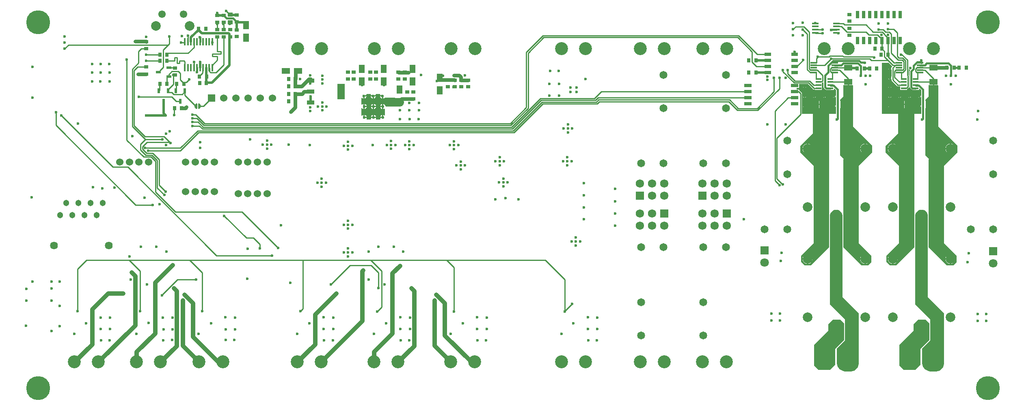
<source format=gbl>
G04*
G04 #@! TF.GenerationSoftware,Altium Limited,Altium Designer,19.0.10 (269)*
G04*
G04 Layer_Physical_Order=4*
G04 Layer_Color=16711680*
%FSLAX25Y25*%
%MOIN*%
G70*
G01*
G75*
%ADD11C,0.01000*%
%ADD22C,0.01500*%
%ADD23R,0.03150X0.03543*%
%ADD27C,0.01181*%
%ADD28R,0.03543X0.02756*%
%ADD29R,0.02756X0.03543*%
%ADD30R,0.03543X0.03150*%
%ADD33R,0.05512X0.01181*%
%ADD40R,0.02559X0.06004*%
%ADD129C,0.02000*%
%ADD130C,0.03000*%
%ADD133C,0.03500*%
%ADD135C,0.06398*%
%ADD136C,0.05130*%
%ADD137R,0.06000X0.06000*%
%ADD138C,0.06000*%
%ADD139C,0.06791*%
%ADD140R,0.06791X0.06791*%
%ADD141C,0.10630*%
%ADD142C,0.07874*%
%ADD143R,0.07087X0.07087*%
%ADD144C,0.07087*%
%ADD145C,0.06496*%
%ADD146C,0.19685*%
%ADD147C,0.06102*%
%ADD148C,0.02362*%
%ADD151C,0.07000*%
%ADD153R,0.05512X0.01772*%
%ADD154R,0.09055X0.06299*%
%ADD155R,0.06299X0.02559*%
%ADD156R,0.04724X0.01772*%
%ADD157R,0.07087X0.04724*%
%ADD158R,0.05709X0.02756*%
%ADD159R,0.05118X0.07087*%
%ADD160R,0.06496X0.03740*%
%ADD161R,0.06496X0.12795*%
%ADD162R,0.07087X0.05118*%
%ADD163R,0.01713X0.06008*%
%ADD164R,0.04134X0.02362*%
%ADD165R,0.02362X0.04134*%
%ADD166R,0.03937X0.03347*%
G36*
X720539Y284712D02*
X720564Y284094D01*
X720399Y283929D01*
X720333Y283830D01*
X719749Y283805D01*
X719670Y283922D01*
X719319Y284157D01*
Y283071D01*
Y281984D01*
X719601Y282173D01*
X719882Y282094D01*
X720101Y281963D01*
Y276107D01*
X719882Y275977D01*
X719601Y275898D01*
X719319Y276086D01*
Y275000D01*
Y273914D01*
X719601Y274102D01*
X719882Y274023D01*
X720101Y273893D01*
Y273305D01*
X720178Y272915D01*
X720399Y272584D01*
X724610Y268373D01*
X724941Y268152D01*
X725331Y268075D01*
X727254D01*
Y265150D01*
X732979D01*
Y265976D01*
X732996Y265979D01*
X733326Y266200D01*
X734200Y267073D01*
X734421Y267404D01*
X734498Y267794D01*
Y276758D01*
X734421Y277148D01*
X734200Y277479D01*
X734152Y277526D01*
Y281960D01*
X734366Y282089D01*
X734652Y282171D01*
X734971Y281958D01*
X735202Y281912D01*
X735346Y281638D01*
X735406Y281390D01*
X735169Y281035D01*
X735072Y280547D01*
Y267575D01*
X735169Y267087D01*
X735446Y266673D01*
X736485Y265634D01*
X736898Y265358D01*
X737097Y265318D01*
Y265150D01*
X742821D01*
Y266233D01*
X743283Y266425D01*
X744726Y264982D01*
Y260140D01*
X744226Y260091D01*
X744144Y260500D01*
X743883Y260891D01*
X743532Y261126D01*
Y260039D01*
Y258953D01*
X743883Y259188D01*
X744144Y259578D01*
X744226Y259988D01*
X744726Y259939D01*
Y252069D01*
X744226Y252020D01*
X744144Y252429D01*
X743883Y252820D01*
X743532Y253055D01*
Y251969D01*
Y250882D01*
X743883Y251117D01*
X744144Y251508D01*
X744226Y251917D01*
X744726Y251868D01*
Y245600D01*
X738976D01*
X738976Y208346D01*
X738898Y208268D01*
X738976Y208189D01*
Y135828D01*
X724014Y120866D01*
X718819D01*
X716063Y123622D01*
Y128740D01*
X719213Y131890D01*
X726376Y139053D01*
X726376Y202679D01*
X715276Y213779D01*
Y219291D01*
X718425Y222441D01*
X725512Y229528D01*
Y245600D01*
X712200D01*
Y287400D01*
X717851D01*
X720539Y284712D01*
D02*
G37*
G36*
X755223Y269291D02*
X758266D01*
X758583Y268922D01*
Y256693D01*
Y235038D01*
X771179Y222441D01*
X774329Y219291D01*
Y213779D01*
X763228Y202679D01*
X763228Y139053D01*
X770392Y131890D01*
X773542Y128740D01*
Y123622D01*
X770786Y120866D01*
X765591D01*
X750709Y135748D01*
Y208269D01*
X750747Y208308D01*
X747898Y211157D01*
X747898Y249521D01*
X747948Y250000D01*
X748398Y250000D01*
X751975D01*
Y253150D01*
Y256299D01*
X748059D01*
X747948Y256299D01*
X747898Y256333D01*
X747844Y256978D01*
X750709Y259842D01*
Y269221D01*
X751180Y269291D01*
Y269291D01*
X754223D01*
Y271654D01*
X755223D01*
Y269291D01*
D02*
G37*
G36*
X685223D02*
X688266D01*
X688583Y268922D01*
Y256693D01*
Y235038D01*
X701180Y222441D01*
X704329Y219291D01*
Y213779D01*
X693228Y202679D01*
X693228Y139053D01*
X700392Y131890D01*
X703542Y128740D01*
Y123622D01*
X700786Y120866D01*
X695591D01*
X680709Y135748D01*
Y208269D01*
X680747Y208308D01*
X677953Y211102D01*
X677953Y250000D01*
X681976D01*
Y253150D01*
Y256299D01*
X678059D01*
X677948Y256299D01*
X677898Y256333D01*
X677844Y256978D01*
X680709Y259842D01*
Y269221D01*
X681180Y269291D01*
Y269291D01*
X684223D01*
Y271654D01*
X685223D01*
Y269291D01*
D02*
G37*
G36*
X664378Y271284D02*
Y267379D01*
X664475Y266891D01*
X664751Y266477D01*
X665630Y265599D01*
X666044Y265322D01*
X666531Y265226D01*
X667097D01*
Y265150D01*
X672821D01*
Y266233D01*
X673283Y266425D01*
X674725Y264982D01*
Y260140D01*
X674226Y260091D01*
X674144Y260500D01*
X673883Y260891D01*
X673531Y261126D01*
Y260039D01*
Y258953D01*
X673883Y259188D01*
X674144Y259578D01*
X674226Y259988D01*
X674725Y259939D01*
Y252069D01*
X674226Y252020D01*
X674144Y252429D01*
X673883Y252820D01*
X673531Y253055D01*
Y251969D01*
Y250882D01*
X673883Y251117D01*
X674144Y251508D01*
X674226Y251917D01*
X674725Y251868D01*
Y245500D01*
X668898D01*
X668898Y208268D01*
X668898Y208268D01*
Y135750D01*
X654014Y120866D01*
X648819D01*
X646063Y123622D01*
Y128740D01*
X649213Y131890D01*
X656376Y139053D01*
X656376Y202679D01*
X645276Y213779D01*
Y219291D01*
X648425Y222441D01*
X655512Y229528D01*
Y245500D01*
X646520D01*
Y262276D01*
X646442Y262666D01*
X646221Y262997D01*
X644796Y264422D01*
X644465Y264643D01*
X644201Y264695D01*
Y265480D01*
X642126D01*
X642126Y266921D01*
X644201D01*
Y270028D01*
X651530D01*
X655744Y265814D01*
X656074Y265594D01*
X656465Y265516D01*
X657254D01*
Y265150D01*
X662979D01*
Y267709D01*
Y271020D01*
X662984D01*
X663374Y271097D01*
X663705Y271318D01*
X663878Y271491D01*
X664378Y271284D01*
D02*
G37*
G36*
X300545Y261442D02*
X300308Y261087D01*
X300238Y260736D01*
X302362D01*
Y260236D01*
X302862D01*
Y258112D01*
X303213Y258182D01*
X303853Y258609D01*
X304331Y258661D01*
X304331Y258661D01*
X304331Y258661D01*
X312583Y258661D01*
Y251575D01*
X305283Y251575D01*
X304783Y251575D01*
X304614Y252426D01*
X304132Y253147D01*
X303410Y253629D01*
X303059Y253699D01*
Y251575D01*
Y249450D01*
X303410Y249520D01*
X303831Y249801D01*
X304331Y249534D01*
Y244560D01*
X303831Y244293D01*
X303410Y244574D01*
X303059Y244644D01*
Y242520D01*
X302559D01*
Y242020D01*
X300435D01*
X300504Y241669D01*
X300654Y241445D01*
X300387Y240945D01*
X297054D01*
X296787Y241445D01*
X296936Y241669D01*
X297006Y242020D01*
X292758D01*
X292827Y241669D01*
X292977Y241445D01*
X292710Y240945D01*
X289377D01*
X289110Y241445D01*
X289259Y241669D01*
X289329Y242020D01*
X287205D01*
Y242520D01*
X286705D01*
Y244644D01*
X286354Y244574D01*
X285632Y244092D01*
X285539Y243953D01*
X285039Y244105D01*
Y249990D01*
X285539Y250141D01*
X285632Y250002D01*
X286354Y249520D01*
X286705Y249450D01*
Y251575D01*
Y253699D01*
X286354Y253629D01*
X285632Y253147D01*
X285539Y253008D01*
X285039Y253160D01*
Y258425D01*
X285539Y258594D01*
X286157Y258182D01*
X286508Y258112D01*
Y260236D01*
X287008D01*
Y260736D01*
X289132D01*
X289062Y261087D01*
X288825Y261442D01*
X289092Y261942D01*
X292600D01*
X292868Y261442D01*
X292631Y261087D01*
X292561Y260736D01*
X296809D01*
X296740Y261087D01*
X296502Y261442D01*
X296770Y261942D01*
X300278D01*
X300545Y261442D01*
D02*
G37*
G36*
X746156Y166489D02*
X747082Y166157D01*
X747926Y165652D01*
X748655Y164991D01*
X749241Y164200D01*
X749662Y163311D01*
X749901Y162357D01*
X749925Y161865D01*
X749925D01*
X749925Y161865D01*
Y159900D01*
X749921D01*
Y94882D01*
X763307Y81496D01*
X763307Y40551D01*
X763307Y39853D01*
X763035Y38484D01*
X762500Y37194D01*
X761725Y36034D01*
X760738Y35047D01*
X759577Y34271D01*
X758287Y33737D01*
X756918Y33465D01*
X756220Y33465D01*
X756220Y33465D01*
Y33465D01*
X751980D01*
X750527Y33754D01*
X749157Y34321D01*
X747925Y35144D01*
X746877Y36192D01*
X746053Y37425D01*
X745486Y38794D01*
X745197Y40248D01*
Y40989D01*
Y52320D01*
X751890Y59013D01*
X751890Y76378D01*
X739685Y88583D01*
X739685Y161024D01*
X739689D01*
Y161865D01*
X739708Y162343D01*
X739929Y163274D01*
X740324Y164146D01*
X740879Y164925D01*
X741573Y165583D01*
X742381Y166096D01*
X743272Y166444D01*
X744213Y166615D01*
X744691Y166609D01*
X744691Y166609D01*
X745183Y166633D01*
X746156Y166489D01*
D02*
G37*
G36*
X676152Y166435D02*
X677079Y166103D01*
X677922Y165597D01*
X678651Y164936D01*
X679238Y164146D01*
X679658Y163257D01*
X679897Y162302D01*
X679921Y161811D01*
X679921D01*
X679921Y161811D01*
Y161024D01*
Y94882D01*
X693307Y81496D01*
X693307Y40551D01*
X693307Y39853D01*
X693035Y38484D01*
X692500Y37194D01*
X691725Y36034D01*
X690738Y35047D01*
X689577Y34271D01*
X688287Y33737D01*
X686918Y33465D01*
X686220Y33465D01*
X686220Y33465D01*
Y33465D01*
X681980D01*
X680526Y33754D01*
X679157Y34321D01*
X677925Y35144D01*
X676877Y36192D01*
X676053Y37425D01*
X675486Y38794D01*
X675197Y40248D01*
Y40989D01*
Y52320D01*
X681890Y59013D01*
X681890Y76378D01*
X669685Y88583D01*
X669685Y161024D01*
Y161811D01*
X669704Y162289D01*
X669925Y163220D01*
X670320Y164091D01*
X670875Y164870D01*
X671569Y165529D01*
X672377Y166042D01*
X673268Y166390D01*
X674209Y166561D01*
X674688Y166555D01*
X674688Y166555D01*
X675179Y166579D01*
X676152Y166435D01*
D02*
G37*
G36*
X751102Y73046D02*
X751102Y59344D01*
X744016Y52257D01*
X744016Y38976D01*
X739685Y34646D01*
X730117D01*
X726693Y38069D01*
Y55512D01*
X738110Y66929D01*
Y72259D01*
X741836Y75984D01*
X748164Y75984D01*
X751102Y73046D01*
D02*
G37*
G36*
X681102D02*
X681102Y59344D01*
X674016Y52257D01*
X674016Y38976D01*
X669685Y34646D01*
X660116D01*
X656693Y38069D01*
Y55512D01*
X668110Y66929D01*
Y72259D01*
X671836Y75984D01*
X678164Y75984D01*
X681102Y73046D01*
D02*
G37*
%LPC*%
G36*
X718319Y284157D02*
X717967Y283922D01*
X717732Y283571D01*
X718319D01*
Y284157D01*
D02*
G37*
G36*
Y282571D02*
X717732D01*
X717967Y282219D01*
X718319Y281984D01*
Y282571D01*
D02*
G37*
G36*
Y276086D02*
X717967Y275851D01*
X717732Y275500D01*
X718319D01*
Y276086D01*
D02*
G37*
G36*
Y274500D02*
X717732D01*
X717967Y274149D01*
X718319Y273914D01*
Y274500D01*
D02*
G37*
G36*
X719319Y269197D02*
Y268610D01*
X719905D01*
X719670Y268962D01*
X719319Y269197D01*
D02*
G37*
G36*
X718319D02*
X717967Y268962D01*
X717732Y268610D01*
X718319D01*
Y269197D01*
D02*
G37*
G36*
X719905Y267610D02*
X719319D01*
Y267024D01*
X719670Y267259D01*
X719905Y267610D01*
D02*
G37*
G36*
X718319D02*
X717732D01*
X717967Y267259D01*
X718319Y267024D01*
Y267610D01*
D02*
G37*
G36*
X742531Y261126D02*
X742180Y260891D01*
X741945Y260539D01*
X742531D01*
Y261126D01*
D02*
G37*
G36*
X735461D02*
Y260539D01*
X736047D01*
X735812Y260891D01*
X735461Y261126D01*
D02*
G37*
G36*
X734461D02*
X734109Y260891D01*
X733874Y260539D01*
X734461D01*
Y261126D01*
D02*
G37*
G36*
X727390D02*
Y260539D01*
X727976D01*
X727741Y260891D01*
X727390Y261126D01*
D02*
G37*
G36*
X726390D02*
X726038Y260891D01*
X725803Y260539D01*
X726390D01*
Y261126D01*
D02*
G37*
G36*
X719319D02*
Y260539D01*
X719905D01*
X719670Y260891D01*
X719319Y261126D01*
D02*
G37*
G36*
X718319D02*
X717967Y260891D01*
X717732Y260539D01*
X718319D01*
Y261126D01*
D02*
G37*
G36*
X742531Y259539D02*
X741945D01*
X742180Y259188D01*
X742531Y258953D01*
Y259539D01*
D02*
G37*
G36*
X736047D02*
X735461D01*
Y258953D01*
X735812Y259188D01*
X736047Y259539D01*
D02*
G37*
G36*
X734461D02*
X733874D01*
X734109Y259188D01*
X734461Y258953D01*
Y259539D01*
D02*
G37*
G36*
X727976D02*
X727390D01*
Y258953D01*
X727741Y259188D01*
X727976Y259539D01*
D02*
G37*
G36*
X726390D02*
X725803D01*
X726038Y259188D01*
X726390Y258953D01*
Y259539D01*
D02*
G37*
G36*
X719905D02*
X719319D01*
Y258953D01*
X719670Y259188D01*
X719905Y259539D01*
D02*
G37*
G36*
X718319D02*
X717732D01*
X717967Y259188D01*
X718319Y258953D01*
Y259539D01*
D02*
G37*
G36*
X739680Y256299D02*
X735653D01*
Y253650D01*
X739680D01*
Y256299D01*
D02*
G37*
G36*
X734653D02*
X730625D01*
Y253650D01*
X734653D01*
Y256299D01*
D02*
G37*
G36*
X742531Y253055D02*
X742180Y252820D01*
X741945Y252468D01*
X742531D01*
Y253055D01*
D02*
G37*
G36*
X727390D02*
Y252468D01*
X727976D01*
X727741Y252820D01*
X727390Y253055D01*
D02*
G37*
G36*
X726390D02*
X726038Y252820D01*
X725803Y252468D01*
X726390D01*
Y253055D01*
D02*
G37*
G36*
X719319D02*
Y252468D01*
X719905D01*
X719670Y252820D01*
X719319Y253055D01*
D02*
G37*
G36*
X718319D02*
X717967Y252820D01*
X717732Y252468D01*
X718319D01*
Y253055D01*
D02*
G37*
G36*
X742531Y251468D02*
X741945D01*
X742180Y251117D01*
X742531Y250882D01*
Y251468D01*
D02*
G37*
G36*
X727976D02*
X727390D01*
Y250882D01*
X727741Y251117D01*
X727976Y251468D01*
D02*
G37*
G36*
X726390D02*
X725803D01*
X726038Y251117D01*
X726390Y250882D01*
Y251468D01*
D02*
G37*
G36*
X719905D02*
X719319D01*
Y250882D01*
X719670Y251117D01*
X719905Y251468D01*
D02*
G37*
G36*
X718319D02*
X717732D01*
X717967Y251117D01*
X718319Y250882D01*
Y251468D01*
D02*
G37*
G36*
X739680Y252650D02*
X735653D01*
Y250000D01*
X739680D01*
Y252650D01*
D02*
G37*
G36*
X734653D02*
X730625D01*
Y250000D01*
X734653D01*
Y252650D01*
D02*
G37*
G36*
X721680Y220834D02*
Y217429D01*
X725085D01*
X725016Y217957D01*
X724619Y218915D01*
X723988Y219737D01*
X723166Y220368D01*
X722208Y220765D01*
X721680Y220834D01*
D02*
G37*
G36*
X720680Y220834D02*
X720153Y220765D01*
X719195Y220368D01*
X718372Y219737D01*
X717741Y218915D01*
X717345Y217957D01*
X717275Y217429D01*
X720680D01*
Y220834D01*
D02*
G37*
G36*
X725085Y216429D02*
X721680D01*
Y213024D01*
X722208Y213093D01*
X723166Y213490D01*
X723988Y214121D01*
X724619Y214944D01*
X725016Y215901D01*
X725085Y216429D01*
D02*
G37*
G36*
X720680D02*
X717275D01*
X717345Y215901D01*
X717741Y214944D01*
X718372Y214121D01*
X719195Y213490D01*
X720153Y213093D01*
X720680Y213024D01*
Y216429D01*
D02*
G37*
G36*
X721680Y129937D02*
Y126532D01*
X725085D01*
X725016Y127059D01*
X724619Y128017D01*
X723988Y128839D01*
X723166Y129471D01*
X722208Y129867D01*
X721680Y129937D01*
D02*
G37*
G36*
X720680Y129937D02*
X720153Y129867D01*
X719195Y129471D01*
X718372Y128839D01*
X717741Y128017D01*
X717345Y127059D01*
X717275Y126532D01*
X720680D01*
Y129937D01*
D02*
G37*
G36*
X725085Y125531D02*
X721680D01*
Y122126D01*
X722208Y122196D01*
X723166Y122592D01*
X723988Y123224D01*
X724619Y124046D01*
X725016Y125004D01*
X725085Y125531D01*
D02*
G37*
G36*
X720680D02*
X717275D01*
X717345Y125004D01*
X717741Y124046D01*
X718372Y123224D01*
X719195Y122592D01*
X720153Y122196D01*
X720680Y122126D01*
Y125531D01*
D02*
G37*
G36*
X752976Y256299D02*
Y253650D01*
X757003D01*
Y256299D01*
X752976D01*
D02*
G37*
G36*
X757003Y252650D02*
X752976D01*
Y250000D01*
X757003D01*
Y250106D01*
Y250106D01*
Y252650D01*
D02*
G37*
G36*
X768924Y220834D02*
Y217957D01*
Y217429D01*
X772330D01*
X772260Y217957D01*
X771863Y218915D01*
X771232Y219737D01*
X770410Y220368D01*
X769452Y220765D01*
X768924Y220834D01*
D02*
G37*
G36*
X767924Y220834D02*
X767397Y220765D01*
X766439Y220368D01*
X765617Y219737D01*
X764985Y218915D01*
X764589Y217957D01*
X764519Y217429D01*
X767924D01*
Y220834D01*
D02*
G37*
G36*
X772330Y216429D02*
X768924D01*
Y213024D01*
X769452Y213093D01*
X770410Y213490D01*
X771232Y214121D01*
X771863Y214944D01*
X772260Y215901D01*
X772330Y216429D01*
D02*
G37*
G36*
X767924D02*
X764519D01*
X764589Y215901D01*
X764985Y214944D01*
X765617Y214121D01*
X766439Y213490D01*
X767397Y213093D01*
X767924Y213024D01*
Y216429D01*
D02*
G37*
G36*
X768924Y129937D02*
Y126532D01*
X772330D01*
X772260Y127059D01*
X771863Y128017D01*
X771232Y128839D01*
X770410Y129471D01*
X769452Y129867D01*
X768924Y129937D01*
D02*
G37*
G36*
X767924Y129937D02*
X767397Y129867D01*
X766439Y129471D01*
X765617Y128839D01*
X764985Y128017D01*
X764589Y127059D01*
X764519Y126532D01*
X767924D01*
Y129937D01*
D02*
G37*
G36*
X772330Y125531D02*
X768924D01*
Y122126D01*
X769452Y122196D01*
X770410Y122592D01*
X771232Y123224D01*
X771863Y124046D01*
X772260Y125004D01*
X772330Y125531D01*
D02*
G37*
G36*
X767924D02*
X764519D01*
X764589Y125004D01*
X764985Y124046D01*
X765617Y123224D01*
X766439Y122592D01*
X767397Y122196D01*
X767924Y122126D01*
Y125531D01*
D02*
G37*
G36*
X682975Y256299D02*
Y253650D01*
X687003D01*
Y256299D01*
X682975D01*
D02*
G37*
G36*
X687003Y252650D02*
X684058D01*
X682975D01*
Y250000D01*
X687003D01*
Y250105D01*
Y250106D01*
Y252650D01*
D02*
G37*
G36*
X698924Y220834D02*
Y217957D01*
Y217429D01*
X702329D01*
X702260Y217957D01*
X701863Y218915D01*
X701232Y219737D01*
X700410Y220368D01*
X699452Y220765D01*
X698924Y220834D01*
D02*
G37*
G36*
X697924Y220834D02*
X697397Y220765D01*
X696439Y220368D01*
X695616Y219737D01*
X694985Y218915D01*
X694589Y217957D01*
X694519Y217429D01*
X697924D01*
Y220834D01*
D02*
G37*
G36*
X702329Y216429D02*
X698924D01*
Y213024D01*
X699452Y213093D01*
X700410Y213490D01*
X701232Y214121D01*
X701863Y214944D01*
X702260Y215901D01*
X702329Y216429D01*
D02*
G37*
G36*
X697924D02*
X694519D01*
X694589Y215901D01*
D01*
X694985Y214944D01*
X695616Y214121D01*
X696439Y213490D01*
X697397Y213093D01*
X697924Y213024D01*
Y216429D01*
D02*
G37*
G36*
X698924Y129937D02*
Y126532D01*
X702329D01*
X702260Y127059D01*
X701863Y128017D01*
X701232Y128839D01*
X700410Y129471D01*
X699452Y129867D01*
X698924Y129937D01*
D02*
G37*
G36*
X697924Y129937D02*
X697397Y129867D01*
X696439Y129471D01*
X695616Y128839D01*
X694985Y128017D01*
X694589Y127059D01*
X694519Y126532D01*
X697924D01*
Y129937D01*
D02*
G37*
G36*
X702329Y125531D02*
X698924D01*
Y122126D01*
X699452Y122196D01*
X700410Y122592D01*
X701232Y123224D01*
X701863Y124046D01*
X702260Y125004D01*
X702329Y125531D01*
D02*
G37*
G36*
X697924D02*
X694519D01*
X694589Y125004D01*
X694985Y124046D01*
X695616Y123224D01*
X696439Y122592D01*
X697397Y122196D01*
X697924Y122126D01*
Y125531D01*
D02*
G37*
G36*
X649319Y269197D02*
Y268610D01*
X649905D01*
X649670Y268962D01*
X649319Y269197D01*
D02*
G37*
G36*
X648319D02*
X647967Y268962D01*
X647732Y268610D01*
X648319D01*
Y269197D01*
D02*
G37*
G36*
X649905Y267610D02*
X649319D01*
Y267024D01*
X649670Y267259D01*
X649905Y267610D01*
D02*
G37*
G36*
X648319D02*
X647732D01*
X647967Y267259D01*
X648319Y267024D01*
Y267610D01*
D02*
G37*
G36*
X672532Y261126D02*
X672180Y260891D01*
X671945Y260539D01*
X672532D01*
Y261126D01*
D02*
G37*
G36*
X665461D02*
Y260539D01*
X666047D01*
X665812Y260891D01*
X665461Y261126D01*
D02*
G37*
G36*
X664461D02*
X664109Y260891D01*
X663874Y260539D01*
X664461D01*
Y261126D01*
D02*
G37*
G36*
X657390D02*
Y260539D01*
X657976D01*
X657741Y260891D01*
X657390Y261126D01*
D02*
G37*
G36*
X656390D02*
X656038Y260891D01*
X655803Y260539D01*
X656390D01*
Y261126D01*
D02*
G37*
G36*
X649319D02*
Y260539D01*
X649905D01*
X649670Y260891D01*
X649319Y261126D01*
D02*
G37*
G36*
X648319D02*
X647967Y260891D01*
X647732Y260539D01*
X648319D01*
Y261126D01*
D02*
G37*
G36*
X672532Y259539D02*
X671945D01*
X672180Y259188D01*
X672532Y258953D01*
Y259539D01*
D02*
G37*
G36*
X666047D02*
X665461D01*
Y258953D01*
X665812Y259188D01*
X666047Y259539D01*
D02*
G37*
G36*
X664461D02*
X663874D01*
X664109Y259188D01*
X664461Y258953D01*
Y259539D01*
D02*
G37*
G36*
X657976D02*
X657390D01*
Y258953D01*
X657741Y259188D01*
X657976Y259539D01*
D02*
G37*
G36*
X656390D02*
X655803D01*
X656038Y259188D01*
X656390Y258953D01*
Y259539D01*
D02*
G37*
G36*
X649905D02*
X649319D01*
Y258953D01*
X649670Y259188D01*
X649905Y259539D01*
D02*
G37*
G36*
X648319D02*
X647732D01*
X647967Y259188D01*
X648319Y258953D01*
Y259539D01*
D02*
G37*
G36*
X669680Y256299D02*
X665653D01*
Y253650D01*
X669680D01*
Y256299D01*
D02*
G37*
G36*
X664653D02*
X660625D01*
Y253650D01*
X664653D01*
Y256299D01*
D02*
G37*
G36*
X672532Y253055D02*
X672180Y252820D01*
X671945Y252468D01*
X672532D01*
Y253055D01*
D02*
G37*
G36*
X657390D02*
Y252468D01*
X657976D01*
X657741Y252820D01*
X657390Y253055D01*
D02*
G37*
G36*
X656390D02*
X656038Y252820D01*
X655803Y252468D01*
X656390D01*
Y253055D01*
D02*
G37*
G36*
X649319D02*
Y252468D01*
X649905D01*
X649670Y252820D01*
X649319Y253055D01*
D02*
G37*
G36*
X648319D02*
X647967Y252820D01*
X647732Y252468D01*
X648319D01*
Y253055D01*
D02*
G37*
G36*
X672532Y251468D02*
X671945D01*
X672180Y251117D01*
X672532Y250882D01*
Y251468D01*
D02*
G37*
G36*
X657976D02*
X657390D01*
Y250882D01*
X657741Y251117D01*
X657976Y251468D01*
D02*
G37*
G36*
X656390D02*
X655803D01*
X656038Y251117D01*
X656390Y250882D01*
Y251468D01*
D02*
G37*
G36*
X649905D02*
X649319D01*
Y250882D01*
X649670Y251117D01*
X649905Y251468D01*
D02*
G37*
G36*
X648319D02*
X647732D01*
X647967Y251117D01*
X648319Y250882D01*
Y251468D01*
D02*
G37*
G36*
X669680Y252650D02*
X665653D01*
Y250000D01*
X669680D01*
Y252650D01*
D02*
G37*
G36*
X664653D02*
X660625D01*
Y250000D01*
X664653D01*
Y252650D01*
D02*
G37*
G36*
X651680Y220834D02*
Y217429D01*
X655085D01*
X655016Y217957D01*
X654619Y218915D01*
X653988Y219737D01*
X653166Y220368D01*
X652208Y220765D01*
X651680Y220834D01*
D02*
G37*
G36*
X650680Y220834D02*
X650152Y220765D01*
X649195Y220368D01*
X648372Y219737D01*
X647741Y218915D01*
X647345Y217957D01*
X647275Y217429D01*
X650680D01*
Y220834D01*
D02*
G37*
G36*
X655085Y216429D02*
X651680D01*
Y213024D01*
X652208Y213093D01*
X653166Y213490D01*
X653988Y214121D01*
X654619Y214944D01*
X655016Y215901D01*
X655085Y216429D01*
D02*
G37*
G36*
X650680D02*
X647275D01*
X647345Y215901D01*
X647741Y214944D01*
X648372Y214121D01*
X649195Y213490D01*
X650152Y213093D01*
X650680Y213024D01*
Y216429D01*
D02*
G37*
G36*
X651680Y129937D02*
Y126532D01*
X655085D01*
X655016Y127059D01*
X654619Y128017D01*
X653988Y128839D01*
X653166Y129471D01*
X652208Y129867D01*
X651680Y129937D01*
D02*
G37*
G36*
X650680Y129937D02*
X650152Y129867D01*
X649195Y129471D01*
X648372Y128839D01*
X647741Y128017D01*
X647345Y127059D01*
X647275Y126532D01*
X650680D01*
Y129937D01*
D02*
G37*
G36*
X655085Y125531D02*
X651680D01*
Y122126D01*
X652208Y122196D01*
X653166Y122592D01*
X653988Y123224D01*
X654619Y124046D01*
X655016Y125004D01*
X655085Y125531D01*
D02*
G37*
G36*
X650680D02*
X647275D01*
X647345Y125004D01*
X647741Y124046D01*
X648372Y123224D01*
X649195Y122592D01*
X650152Y122196D01*
X650680Y122126D01*
Y125531D01*
D02*
G37*
G36*
X301862Y259736D02*
X300238D01*
X300308Y259385D01*
X300790Y258664D01*
X301511Y258182D01*
X301862Y258112D01*
Y259736D01*
D02*
G37*
G36*
X296809D02*
X295185D01*
Y258112D01*
X295536Y258182D01*
X296257Y258664D01*
X296740Y259385D01*
X296809Y259736D01*
D02*
G37*
G36*
X294185D02*
X292561D01*
X292631Y259385D01*
X293112Y258664D01*
X293834Y258182D01*
X294185Y258112D01*
Y259736D01*
D02*
G37*
G36*
X289132D02*
X287508D01*
Y258112D01*
X287859Y258182D01*
X288580Y258664D01*
X289062Y259385D01*
X289132Y259736D01*
D02*
G37*
G36*
X302059Y253699D02*
X301708Y253629D01*
X300987Y253147D01*
X300504Y252426D01*
X300435Y252075D01*
X302059D01*
Y253699D01*
D02*
G37*
G36*
X295382D02*
Y252075D01*
X297006D01*
X296936Y252426D01*
X296454Y253147D01*
X295733Y253629D01*
X295382Y253699D01*
D02*
G37*
G36*
X294382D02*
X294031Y253629D01*
X293309Y253147D01*
X292827Y252426D01*
X292758Y252075D01*
X294382D01*
Y253699D01*
D02*
G37*
G36*
X287705D02*
Y252075D01*
X289329D01*
X289259Y252426D01*
X288777Y253147D01*
X288056Y253629D01*
X287705Y253699D01*
D02*
G37*
G36*
X302059Y251075D02*
X300435D01*
X300504Y250724D01*
X300987Y250002D01*
X301708Y249520D01*
X302059Y249450D01*
Y251075D01*
D02*
G37*
G36*
X297006D02*
X295382D01*
Y249450D01*
X295733Y249520D01*
X296454Y250002D01*
X296936Y250724D01*
X297006Y251075D01*
D02*
G37*
G36*
X294382D02*
X292758D01*
X292827Y250724D01*
X293309Y250002D01*
X294031Y249520D01*
X294382Y249450D01*
Y251075D01*
D02*
G37*
G36*
X289329D02*
X287705D01*
Y249450D01*
X288056Y249520D01*
X288777Y250002D01*
X289259Y250724D01*
X289329Y251075D01*
D02*
G37*
G36*
X302059Y244644D02*
X301708Y244574D01*
X300987Y244092D01*
X300504Y243371D01*
X300435Y243020D01*
X302059D01*
Y244644D01*
D02*
G37*
G36*
X295382D02*
Y243020D01*
X297006D01*
X296936Y243371D01*
X296454Y244092D01*
X295733Y244574D01*
X295382Y244644D01*
D02*
G37*
G36*
X294382D02*
X294031Y244574D01*
X293309Y244092D01*
X292827Y243371D01*
X292758Y243020D01*
X294382D01*
Y244644D01*
D02*
G37*
G36*
X287705D02*
Y243020D01*
X289329D01*
X289259Y243371D01*
X288777Y244092D01*
X288056Y244574D01*
X287705Y244644D01*
D02*
G37*
%LPD*%
D11*
X149461Y253778D02*
X148769Y253223D01*
X148368Y252432D01*
X149501Y253778D02*
X148910Y253034D01*
X148690Y252110D01*
X148368Y252432D02*
X148344Y251471D01*
X148750Y250601D01*
X149501Y250002D01*
X148690Y252110D02*
X149136Y250752D01*
X152103Y251900D02*
X151663Y253048D01*
X152500Y251900D02*
X152174Y253023D01*
X151299Y253798D01*
Y250022D02*
X151934Y250861D01*
X152103Y251900D01*
X151339Y250022D02*
X152186Y250796D01*
X152500Y251900D01*
X121456Y224456D02*
X121600Y224600D01*
X99600Y170600D02*
X113700D01*
X34200Y236000D02*
X99600Y170600D01*
X34200Y236000D02*
Y246700D01*
X122940Y226900D02*
X128300Y221540D01*
X123100Y178700D02*
X123300D01*
X117300Y184500D02*
X123100Y178700D01*
X117300Y184500D02*
Y207121D01*
X115800Y181121D02*
Y206500D01*
X132121Y164800D02*
X186900D01*
X115800Y181121D02*
X132121Y164800D01*
X166000Y128800D02*
X211500D01*
X93162Y201638D02*
X166000Y128800D01*
X81062Y201638D02*
X93162D01*
X38600Y244100D02*
X81062Y201638D01*
X186900Y164800D02*
X216500Y135200D01*
X108697Y213100D02*
X113443D01*
X108816Y221981D02*
X127819D01*
X118800Y186913D02*
Y207743D01*
X108075Y211600D02*
X112821D01*
X113443Y213100D02*
X118800Y207743D01*
X112821Y211600D02*
X117300Y207121D01*
X112200Y210100D02*
X115800Y206500D01*
X106257Y210100D02*
X112200D01*
X118800Y186913D02*
X124100Y181613D01*
X103719Y215956D02*
Y220552D01*
X107623Y224456D01*
X103719Y215956D02*
X108075Y211600D01*
X105219Y216578D02*
Y218385D01*
X108816Y221981D01*
X105219Y216578D02*
X108697Y213100D01*
X92400Y223957D02*
X106257Y210100D01*
X92400Y223957D02*
Y290200D01*
X109800Y215300D02*
X136300D01*
X151100Y230100D01*
X275500Y120700D02*
X292900D01*
X260000Y105200D02*
X275500Y120700D01*
X292900D02*
X298900Y114700D01*
X292513Y125187D02*
X301500Y116200D01*
X103150Y83071D02*
Y116250D01*
X94213Y125187D02*
X103150Y116250D01*
X59387Y125187D02*
X94213D01*
X51968Y117769D02*
X59387Y125187D01*
X143900D02*
X236968D01*
X94213D02*
X143900D01*
X154331Y83071D02*
Y114756D01*
X143900Y125187D02*
X154331Y114756D01*
X435882Y125187D02*
X451968Y109100D01*
X354813Y125187D02*
X435882D01*
X354813D02*
X361024Y118976D01*
X292513Y125187D02*
X354813D01*
X361024Y82953D02*
Y118976D01*
X451968Y83071D02*
Y109100D01*
X301500Y86421D02*
Y116200D01*
X236968Y125187D02*
X292513D01*
X196400Y143400D02*
X201500Y138300D01*
Y134700D02*
Y138300D01*
X107400Y217481D02*
X136360D01*
X150479Y231600D01*
X409585D01*
X151100Y230100D02*
X410207D01*
X96800Y235279D02*
X107623Y224456D01*
X121456D01*
X107300Y226900D02*
X122940D01*
X98300Y235900D02*
X107300Y226900D01*
X128300Y221500D02*
Y221540D01*
X96800Y235279D02*
Y282190D01*
X98300Y235900D02*
Y281100D01*
X41339Y299055D02*
X44460Y302176D01*
X104255Y299055D02*
X108268D01*
X102000Y296800D02*
X104255Y299055D01*
X102000Y287390D02*
Y296800D01*
X96800Y282190D02*
X102000Y287390D01*
X101255Y284055D02*
X108268D01*
X98300Y281100D02*
X101255Y284055D01*
X190500Y143400D02*
X196400D01*
X172300Y161600D02*
X190500Y143400D01*
X102362Y259600D02*
X129286D01*
X132980Y255906D01*
X122300Y298253D02*
X126224Y302176D01*
X122300Y283914D02*
Y298253D01*
X119677Y281291D02*
X122300Y283914D01*
X119677Y280405D02*
Y281291D01*
X118996Y279724D02*
X119677Y280405D01*
X118110Y279724D02*
X118996D01*
X126224Y302176D02*
X127165Y303118D01*
X44460Y302176D02*
X126224D01*
X410207Y230100D02*
X433807Y253701D01*
X155057Y234600D02*
X408343D01*
X151014Y238644D02*
X155057Y234600D01*
X155679Y236100D02*
X407721D01*
X149992Y241787D02*
X155679Y236100D01*
X156300Y237600D02*
X407100D01*
X148969Y244931D02*
X156300Y237600D01*
X407100D02*
X420300Y250800D01*
X146400Y244931D02*
X148969D01*
X407721Y236100D02*
X421800Y250179D01*
X146400Y241787D02*
X149992D01*
X408343Y234600D02*
X431943Y258201D01*
X146400Y238644D02*
X151014D01*
X154436Y233100D02*
X408964D01*
X152036Y235500D02*
X154436Y233100D01*
X408964D02*
X432565Y256701D01*
X146400Y235500D02*
X152036D01*
X434587Y308366D02*
X593843D01*
X421800Y295579D02*
X434587Y308366D01*
X421800Y250179D02*
Y295579D01*
X433966Y309866D02*
X594465D01*
X420300Y296200D02*
X433966Y309866D01*
X420300Y250800D02*
Y296200D01*
X409585Y231600D02*
X433186Y255201D01*
X431943Y258201D02*
X476346D01*
X432565Y256701D02*
X477201D01*
X433186Y255201D02*
X477822D01*
X433807Y253701D02*
X478462D01*
X236968Y85000D02*
Y125187D01*
X235039Y83071D02*
X236968Y85000D01*
X298900Y102000D02*
Y114700D01*
X298031Y82953D02*
X301500Y86421D01*
X121200Y96389D02*
X133811Y109000D01*
X121200Y96300D02*
Y96389D01*
X133811Y109000D02*
X149300D01*
X451968Y82953D02*
Y83071D01*
X51968Y83071D02*
Y117769D01*
X139961Y260839D02*
X148368Y252432D01*
X149501Y251900D02*
Y253778D01*
Y250002D02*
Y251900D01*
X148368Y252432D02*
X148690Y252110D01*
X148900Y251900D01*
X130618Y276484D02*
X131496Y277362D01*
X171850Y314829D02*
Y320866D01*
X174016Y330019D02*
Y330314D01*
X639764Y284528D02*
X640158Y284134D01*
X642126Y284252D02*
Y284528D01*
X147535Y288087D02*
X147638Y288189D01*
X717343Y294094D02*
X717717Y293721D01*
X717343Y292314D02*
Y294094D01*
X118740Y294055D02*
X119095Y293701D01*
X152500Y251900D02*
X155312D01*
X151900D02*
X152103D01*
X152500D01*
X151299D02*
Y253798D01*
Y250022D02*
Y251900D01*
X656376Y281496D02*
X656467Y281405D01*
X656286Y281587D02*
X656376Y281496D01*
X166535Y319512D02*
Y319685D01*
Y314764D02*
Y319512D01*
X623600Y263750D02*
Y275000D01*
X609776Y249925D02*
X623600Y263750D01*
X139961Y263681D02*
Y264567D01*
Y260839D02*
Y263681D01*
X155312Y251900D02*
X162000Y258588D01*
X140051Y271350D02*
X141350D01*
X139173Y270472D02*
X140051Y271350D01*
X139173Y270079D02*
Y270472D01*
X141350Y271350D02*
X143700Y273700D01*
X721260Y285433D02*
X724409D01*
X701640Y310400D02*
X708497D01*
X699229Y312811D02*
X701640Y310400D01*
X683609Y312811D02*
X699229D01*
X708497Y310400D02*
X710536Y308360D01*
X699100Y318700D02*
X705021Y312779D01*
X681735Y318700D02*
X699100D01*
X680497Y319939D02*
X681735Y318700D01*
X674961Y319939D02*
X680497D01*
X679042Y317379D02*
X681268Y315154D01*
X674961Y317379D02*
X679042D01*
X681268Y315153D02*
X683609Y312811D01*
X681268Y315153D02*
Y315154D01*
X712343Y305858D02*
Y307581D01*
Y299213D02*
Y305858D01*
X705021Y312779D02*
X710352D01*
X710384Y312811D01*
X712703D01*
X714561Y310953D01*
Y310307D02*
Y310953D01*
Y310307D02*
X716419Y308449D01*
X716474D01*
X717343Y307581D01*
Y305858D02*
Y307581D01*
X710536Y308360D02*
X711563D01*
X715409Y312811D02*
X718226D01*
X713259Y314961D02*
X715409Y312811D01*
X709449Y314961D02*
X713259D01*
X711563Y308360D02*
X712343Y307581D01*
X669597Y293081D02*
X680019D01*
X668842Y292327D02*
X669597Y293081D01*
X680019D02*
X680773Y292327D01*
X705311D01*
X667627D02*
X668842D01*
X667616Y292316D02*
X667627Y292327D01*
X663218Y311961D02*
X663479Y311700D01*
X657939Y311961D02*
X663218D01*
X657639Y312261D02*
X657939Y311961D01*
X657759Y314700D02*
X663600D01*
X657639Y314821D02*
X657759Y314700D01*
X703572Y289528D02*
X717165D01*
X702273Y290827D02*
X703572Y289528D01*
X670573Y290827D02*
X702273D01*
X705311Y292327D02*
X705905Y291732D01*
X166535Y319685D02*
X166535Y319685D01*
X161163Y279413D02*
X165634D01*
X743699Y283465D02*
X752500D01*
X659684Y292316D02*
X667616D01*
X670500Y290900D02*
X670573Y290827D01*
X658632Y291264D02*
X659500Y292131D01*
Y292500D01*
X665110Y285510D02*
X670500Y290900D01*
X656453Y285510D02*
X665110D01*
X658632Y287492D02*
Y291264D01*
X658542Y287402D02*
X658632Y287492D01*
X656376Y287402D02*
X658542D01*
X656465Y266535D02*
X660116D01*
X651953Y271047D02*
X656465Y266535D01*
X640202Y271047D02*
X651953D01*
X656405Y269094D02*
X660116D01*
X652953Y272547D02*
X656405Y269094D01*
X640824Y272547D02*
X652953D01*
X631000Y280250D02*
X640202Y271047D01*
X631000Y280250D02*
Y281500D01*
X635000Y278371D02*
X640824Y272547D01*
X635000Y278371D02*
Y281500D01*
X673699Y283465D02*
X682777D01*
X677650Y281405D02*
X684723Y274332D01*
X673790Y281405D02*
X677650D01*
X669943Y282501D02*
X670816Y283374D01*
X669943Y280491D02*
Y282501D01*
Y280491D02*
X670816Y279618D01*
X671443D01*
X671534Y279528D01*
X671443Y279437D02*
X671534Y279528D01*
X671443Y274598D02*
Y279437D01*
X671057Y274213D02*
X671443Y274598D01*
X673699Y281496D02*
X673790Y281405D01*
X670816Y283374D02*
X673609D01*
X640500Y294579D02*
X640551Y294528D01*
X640500Y294579D02*
Y296500D01*
X137008Y304055D02*
X139573D01*
X682777Y283465D02*
X684723D01*
X663479Y272534D02*
Y277186D01*
X662984Y272039D02*
X663479Y272534D01*
X660502Y272039D02*
X662984D01*
X659259Y281405D02*
X663479Y277186D01*
X724803Y292708D02*
Y312227D01*
X721966Y315064D02*
X724803Y312227D01*
X717323Y315064D02*
X721966D01*
X718226Y312811D02*
X719898Y311140D01*
X740816Y283374D02*
X743609D01*
X739943Y282501D02*
X740816Y283374D01*
X739943Y280491D02*
Y282501D01*
Y280491D02*
X740816Y279618D01*
X741443D01*
X733132Y277104D02*
Y289649D01*
X731632Y281838D02*
Y289028D01*
X729412Y279618D02*
X731632Y281838D01*
X730132Y282460D02*
Y288406D01*
X729259Y281587D02*
X730132Y282460D01*
X752500Y283465D02*
X754723D01*
X733479Y267794D02*
Y276758D01*
X732606Y266921D02*
X733479Y267794D01*
X639370Y315064D02*
X641448Y317142D01*
X132980Y255906D02*
X136221D01*
X142455Y309778D02*
X142476Y309799D01*
X142455Y304793D02*
Y309778D01*
X127165Y303118D02*
Y309055D01*
X139573Y304055D02*
X139929Y304411D01*
X166535Y314764D02*
X166535Y314764D01*
X171850Y314829D02*
X171916Y314764D01*
X174016Y330019D02*
X176870Y327165D01*
X481846Y263701D02*
X602362D01*
X476346Y258201D02*
X481846Y263701D01*
X479201Y258701D02*
X602362D01*
X477201Y256701D02*
X479201Y258701D01*
X479621Y257000D02*
X587201D01*
X477822Y255201D02*
X479621Y257000D01*
X480261Y255500D02*
X586500D01*
X478462Y253701D02*
X480261Y255500D01*
X586500D02*
X593575Y248425D01*
X587201Y257000D02*
X594276Y249925D01*
X609776D01*
X593575Y248425D02*
X610397D01*
X628090Y266119D01*
Y275000D01*
X645500Y245000D02*
Y262276D01*
X626000Y225500D02*
X645500Y245000D01*
X626000Y192083D02*
Y225500D01*
X644075Y263701D02*
X645500Y262276D01*
X640551Y263701D02*
X644075D01*
X624500Y190498D02*
X628138Y186860D01*
X624500Y190498D02*
Y247953D01*
X629500Y188583D02*
X629549D01*
X630631Y187500D01*
X631000D01*
X626000Y192083D02*
X629500Y188583D01*
X624500Y247953D02*
X635248Y258701D01*
X640551D01*
X594465Y309866D02*
X609803Y294528D01*
X593843Y308366D02*
X605732Y296477D01*
Y288090D02*
Y296477D01*
X609803Y294528D02*
X618504D01*
X165634Y279413D02*
X171916Y285696D01*
X160285Y280291D02*
X161163Y279413D01*
X160285Y280291D02*
Y283061D01*
X136185Y273460D02*
Y278775D01*
X134646Y280315D02*
X136185Y278775D01*
X129134Y280315D02*
X134646D01*
X171916Y285696D02*
Y308858D01*
X166535Y300787D02*
Y308858D01*
X605732Y288090D02*
X609294Y284528D01*
X618504D01*
X131102Y244488D02*
X131299Y244685D01*
Y249803D01*
X131496Y250000D01*
X728775Y289764D02*
X730132Y288406D01*
X725626Y289764D02*
X728775D01*
X719898Y295492D02*
X725626Y289764D01*
X726172Y291339D02*
X729321D01*
X724803Y292708D02*
X726172Y291339D01*
X729321D02*
X731632Y289028D01*
X719898Y295492D02*
Y311140D01*
X727953Y294094D02*
X728687D01*
X642126Y284252D02*
X647638Y289764D01*
X640551Y284528D02*
X642126D01*
X451968Y83071D02*
X457874Y88976D01*
X51968Y83071D02*
X51968Y83071D01*
X717165Y289528D02*
X721260Y285433D01*
X714173Y292520D02*
X717165Y289528D01*
X656376Y285433D02*
X656453Y285510D01*
X722165Y287492D02*
X726286D01*
X717343Y292314D02*
X722165Y287492D01*
X728687Y294094D02*
X733132Y289649D01*
X726286Y287492D02*
X726376Y287402D01*
X721120Y283208D02*
X723255Y285343D01*
X726376Y281496D02*
X726467Y281587D01*
X726286Y281405D02*
X726376Y281496D01*
X717717Y293721D02*
Y294055D01*
X723494Y281405D02*
X726286D01*
X726467Y281587D02*
X729259D01*
X721120Y273305D02*
Y283208D01*
X722620Y280532D02*
X723494Y281405D01*
X722620Y275500D02*
Y280532D01*
X721120Y273305D02*
X725331Y269094D01*
X722620Y275500D02*
X726467Y271654D01*
X733132Y277104D02*
X733479Y276758D01*
X728164Y279618D02*
X729412D01*
X730502Y266921D02*
X732606D01*
X730117Y266535D02*
X730502Y266921D01*
X717343Y294094D02*
Y305858D01*
X726467Y271654D02*
X730117D01*
X725331Y269094D02*
X730117D01*
X712343Y298819D02*
Y299213D01*
X714173Y292520D02*
Y296988D01*
X712343Y298819D02*
X714173Y296988D01*
X728640Y274213D02*
X730117D01*
X728254Y274598D02*
X728640Y274213D01*
X728254Y274598D02*
Y279437D01*
X728164Y279528D02*
X728254Y279437D01*
X726376Y279528D02*
X728164D01*
X743790Y281405D02*
X747650D01*
X754723Y274332D01*
Y271654D02*
Y274332D01*
X739959Y271654D02*
X754723D01*
X741443Y279437D02*
X741534Y279528D01*
X741443Y274598D02*
Y279437D01*
X741057Y274213D02*
X741443Y274598D01*
X739959Y274213D02*
X741057D01*
X743609Y283374D02*
X743699Y283465D01*
X741443Y279618D02*
X741534Y279528D01*
X653431D02*
X656376D01*
X648147Y317142D02*
X652500Y312789D01*
Y282580D02*
Y312789D01*
Y282580D02*
X653494Y281587D01*
X656286D01*
X651000Y281959D02*
X653431Y279528D01*
X647244Y314961D02*
X651000Y311205D01*
Y281959D02*
Y311205D01*
X641448Y317142D02*
X648147D01*
X660116Y271654D02*
X660502Y272039D01*
X656467Y281405D02*
X659259D01*
X656376Y279528D02*
X658164D01*
X658254Y279437D01*
Y274598D02*
Y279437D01*
Y274598D02*
X658640Y274213D01*
X660116D01*
X673609Y283374D02*
X673699Y283465D01*
X669959Y271654D02*
X684723D01*
Y274332D01*
X669959Y274213D02*
X671057D01*
X151976Y275984D02*
Y276378D01*
X154573Y278974D01*
Y283061D01*
X154929Y283417D01*
X166535Y289667D02*
Y291692D01*
Y296692D02*
Y300787D01*
Y296692D02*
X169642D01*
Y294692D02*
Y296692D01*
X166535Y294692D02*
X169642D01*
X162641D02*
X166535D01*
X162641Y292692D02*
Y294692D01*
Y292692D02*
X166535D01*
Y291692D02*
Y292692D01*
X162433Y285565D02*
X166535Y289667D01*
X162433Y283417D02*
Y285565D01*
X159929Y283417D02*
X160285Y283061D01*
X176870Y327165D02*
X177165D01*
X166535Y319685D02*
Y320866D01*
X147535Y283520D02*
Y288087D01*
X147433Y283417D02*
X147535Y283520D01*
X136221Y289055D02*
X139343D01*
X125394D02*
X130709D01*
X135709D02*
X136221D01*
X135709Y287048D02*
Y289055D01*
X133709Y287048D02*
X135709D01*
X133709D02*
Y289055D01*
Y291692D01*
X131709D02*
X133709D01*
X131709Y289055D02*
Y291692D01*
X130709Y289055D02*
X131709D01*
X139929Y283417D02*
Y288469D01*
X139343Y289055D02*
X139929Y288469D01*
X147433Y300189D02*
Y304772D01*
X142610Y295366D02*
X147433Y300189D01*
X126272Y295366D02*
X142610D01*
X125394Y294488D02*
X126272Y295366D01*
X125394Y294094D02*
Y294488D01*
X130618Y269890D02*
Y276484D01*
X139929Y304411D02*
Y304772D01*
X142433D02*
X142455Y304793D01*
X131791Y283366D02*
X131890Y283268D01*
X126870Y283366D02*
X131791D01*
X126772Y283465D02*
X126870Y283366D01*
X119095Y269685D02*
X119488Y270079D01*
X119095Y264961D02*
Y269685D01*
X118701Y264567D02*
X119095Y264961D01*
X132874Y269685D02*
X133268Y270079D01*
X132874Y264961D02*
Y269685D01*
X132480Y264567D02*
X132874Y264961D01*
X126772Y277953D02*
X129134Y280315D01*
X126772Y275984D02*
Y277953D01*
X136185Y273460D02*
X139173Y270472D01*
X137779Y261500D02*
X139961Y263681D01*
X130885Y261500D02*
X137779D01*
X129385Y263000D02*
X130885Y261500D01*
X126862Y263000D02*
X129385D01*
X126181Y263681D02*
X126862Y263000D01*
X126181Y263681D02*
Y264567D01*
Y265453D02*
X130618Y269890D01*
X126181Y264567D02*
Y265453D01*
X125394Y270079D02*
Y275303D01*
X126075Y275984D01*
X126772D01*
X108268Y294055D02*
X118740D01*
X119095Y293701D02*
X119488Y294094D01*
X108268Y289055D02*
X119488D01*
D22*
X743961Y288100D02*
X744500Y287561D01*
X741252Y288100D02*
X743961D01*
X668193Y285041D02*
X672229Y289077D01*
X671254Y314821D02*
X674961D01*
X670933Y314500D02*
X671254Y314821D01*
X670700Y314500D02*
X670933D01*
X672229Y289077D02*
X693451D01*
X694869Y287659D01*
X698241D01*
X698300Y287600D01*
X692623Y287077D02*
X694840Y284860D01*
X680662Y287077D02*
X692623D01*
X694840Y276772D02*
Y284860D01*
X766852Y287077D02*
X768825Y285104D01*
Y276871D02*
Y285104D01*
Y276871D02*
X768924Y276772D01*
X771453Y283465D02*
X775647D01*
X749077Y287077D02*
X766852D01*
X152400Y308500D02*
X152417Y308484D01*
Y304788D02*
Y308484D01*
Y304788D02*
X152433Y304772D01*
X149929Y279724D02*
Y283417D01*
X174219Y324206D02*
X179534D01*
X172047Y326378D02*
X174219Y324206D01*
X747600Y285600D02*
X749077Y287077D01*
X747600Y285433D02*
Y285600D01*
X743699Y285433D02*
X747600D01*
X738193Y285041D02*
X741252Y288100D01*
X739959Y269094D02*
X740095Y268959D01*
X742552D01*
X746000Y265510D01*
Y241618D02*
Y265510D01*
X745179Y240797D02*
X746000Y241618D01*
X679018Y285433D02*
X680662Y287077D01*
X673699Y285433D02*
X679018D01*
X675179Y240797D02*
X676000Y241618D01*
Y265510D01*
X672552Y268959D02*
X676000Y265510D01*
X670095Y268959D02*
X672552D01*
X669959Y269094D02*
X670095Y268959D01*
X668193Y279752D02*
Y285041D01*
X665653Y277212D02*
X668193Y279752D01*
X665653Y267379D02*
Y277212D01*
Y267379D02*
X666531Y266500D01*
X669923D01*
X669959Y266535D01*
X744500Y287561D02*
Y289528D01*
X737386Y266535D02*
X739959D01*
X736347Y267575D02*
X737386Y266535D01*
X736347Y267575D02*
Y280547D01*
X738193Y282394D01*
Y285041D01*
X182480Y321260D02*
X182677D01*
X179534Y324206D02*
X182480Y321260D01*
X171850Y326378D02*
X172047D01*
D23*
X225197Y255906D02*
D03*
X230709D02*
D03*
X225197Y261942D02*
D03*
X230709D02*
D03*
X225197Y274016D02*
D03*
X230709D02*
D03*
X225197Y267979D02*
D03*
X230709D02*
D03*
X152173Y270866D02*
D03*
X157685D02*
D03*
D27*
X148900Y251900D02*
D03*
X151900D02*
D03*
D28*
X108268Y284055D02*
D03*
Y278150D02*
D03*
X108268Y299055D02*
D03*
Y304961D02*
D03*
X177297Y308858D02*
D03*
Y314764D02*
D03*
X131890Y277362D02*
D03*
Y283268D02*
D03*
X171916Y314764D02*
D03*
Y308858D02*
D03*
X166535Y314764D02*
D03*
Y308858D02*
D03*
D29*
X771453Y283465D02*
D03*
X765547D02*
D03*
X781553D02*
D03*
X775647D02*
D03*
X708076Y282712D02*
D03*
X702170D02*
D03*
X697976D02*
D03*
X692070D02*
D03*
X711437Y294094D02*
D03*
X717343D02*
D03*
X712343Y299213D02*
D03*
X706437D02*
D03*
X602953Y279528D02*
D03*
X608858D02*
D03*
X602953Y289528D02*
D03*
X608858D02*
D03*
X151378Y315354D02*
D03*
X157283D02*
D03*
X157882Y275984D02*
D03*
X151976D02*
D03*
X125394Y270079D02*
D03*
X119488D02*
D03*
X139173D02*
D03*
X133268D02*
D03*
X131496Y250000D02*
D03*
X137402D02*
D03*
X125394Y294094D02*
D03*
X119488D02*
D03*
X125394Y289055D02*
D03*
X119488D02*
D03*
D30*
X685433Y315748D02*
D03*
Y310236D02*
D03*
Y327165D02*
D03*
Y321654D02*
D03*
X355906Y267717D02*
D03*
Y273228D02*
D03*
X361417Y267728D02*
D03*
Y273240D02*
D03*
X366929Y267717D02*
D03*
Y273228D02*
D03*
X372441Y267728D02*
D03*
Y273240D02*
D03*
X315354Y279705D02*
D03*
Y274193D02*
D03*
X320472Y279705D02*
D03*
Y274193D02*
D03*
X322441Y257833D02*
D03*
Y263345D02*
D03*
X327559Y257833D02*
D03*
Y263345D02*
D03*
X278740Y279705D02*
D03*
Y274193D02*
D03*
X274016Y279705D02*
D03*
Y274193D02*
D03*
X292126Y279705D02*
D03*
Y274193D02*
D03*
X296850Y279705D02*
D03*
Y274193D02*
D03*
X182677Y309055D02*
D03*
Y314567D02*
D03*
X171850Y326378D02*
D03*
Y320866D02*
D03*
X166535Y326378D02*
D03*
Y320866D02*
D03*
X182677Y326772D02*
D03*
Y321260D02*
D03*
D33*
X673699Y279528D02*
D03*
Y281496D02*
D03*
Y283465D02*
D03*
Y285433D02*
D03*
Y287402D02*
D03*
X656376D02*
D03*
Y285433D02*
D03*
Y283465D02*
D03*
Y281496D02*
D03*
Y279528D02*
D03*
X743699D02*
D03*
Y281496D02*
D03*
Y283465D02*
D03*
Y285433D02*
D03*
Y287402D02*
D03*
X726376D02*
D03*
Y285433D02*
D03*
Y283465D02*
D03*
Y281496D02*
D03*
Y279528D02*
D03*
D40*
X692343Y305858D02*
D03*
X697342D02*
D03*
X702343D02*
D03*
X707342D02*
D03*
X712343D02*
D03*
X717343D02*
D03*
X722342D02*
D03*
X727343D02*
D03*
Y327213D02*
D03*
X722342D02*
D03*
X717343D02*
D03*
X712343D02*
D03*
X707342D02*
D03*
X702343D02*
D03*
X697342D02*
D03*
X692343D02*
D03*
D129*
X122441Y245861D02*
Y249624D01*
X124100Y244104D02*
Y244201D01*
X122441Y245861D02*
X124100Y244201D01*
X108330Y244108D02*
X124095D01*
X108325Y244112D02*
X108330Y244108D01*
X176525Y285625D02*
Y309236D01*
X157433Y271118D02*
Y283417D01*
X190157Y318366D02*
Y319350D01*
X697976Y282712D02*
X702170D01*
X685099Y283088D02*
X691694D01*
X684723Y283465D02*
X685099Y283088D01*
X691694D02*
X692070Y282712D01*
X243307Y255906D02*
Y259736D01*
X162113Y271213D02*
X176525Y285625D01*
X176903Y308858D02*
X177297D01*
X153862Y311886D02*
X175909D01*
X177362Y314764D02*
X177559Y314961D01*
X158031Y271213D02*
X162113D01*
X157685Y270866D02*
X158031Y271213D01*
X144929Y308315D02*
X151181Y314567D01*
X144929Y304772D02*
Y308315D01*
X177297Y314764D02*
X177362D01*
X182677Y314567D02*
Y321260D01*
X182677Y314567D02*
X182677Y314567D01*
X157087Y315064D02*
Y315158D01*
X157283Y315354D01*
X175909Y311886D02*
X176525Y311270D01*
X166535Y326378D02*
X171850D01*
X188598Y320910D02*
X190157Y319350D01*
X183028Y320910D02*
X188598D01*
X182677Y321260D02*
X183028Y320910D01*
X152433Y283417D02*
Y288000D01*
X608858Y289528D02*
X618504D01*
X122441Y249624D02*
Y255906D01*
X608858Y279528D02*
X618504D01*
X177165Y327165D02*
X177362Y326969D01*
X182480D01*
X182677Y326772D01*
X151181Y314567D02*
X153862Y311886D01*
X176525Y309236D02*
Y311270D01*
Y309236D02*
X176903Y308858D01*
X151181Y314567D02*
Y314961D01*
X157433Y271118D02*
X157685Y270866D01*
D130*
X366929Y273228D02*
X372453D01*
X99100Y305000D02*
X108228D01*
X108268Y304961D01*
X140572Y250272D02*
X141400Y251100D01*
X137524Y250272D02*
X140572D01*
X137402Y250150D02*
X137524Y250272D01*
X137402Y250000D02*
Y250150D01*
X315559Y279500D02*
X323500D01*
X754723Y283465D02*
X765547D01*
X765547Y283465D01*
X242913Y274016D02*
X243307D01*
X230709Y267979D02*
X235892D01*
X236142Y261942D02*
X238000Y263800D01*
X230709Y261942D02*
X236142D01*
X238000Y263800D02*
X243298D01*
X350272Y273315D02*
X361343D01*
X315354Y279705D02*
X315559Y279500D01*
X227000Y247231D02*
X230634Y250865D01*
Y255831D01*
X230709Y255906D01*
X232087Y280709D02*
X233071D01*
X230784Y279405D02*
X232087Y280709D01*
X230784Y274091D02*
Y279405D01*
X230709Y274016D02*
X230784Y274091D01*
X241929Y274016D02*
X242913D01*
X235892Y267979D02*
X241929Y274016D01*
X230709Y267979D02*
Y274016D01*
X101500Y278000D02*
X101650Y278150D01*
X108268D01*
X230709Y255906D02*
Y261942D01*
X230709Y255906D02*
X230709Y255906D01*
X322441Y257833D02*
X327559D01*
X317845D02*
X322441D01*
X349213Y274374D02*
Y275197D01*
Y274374D02*
X350272Y273315D01*
X361343D02*
X361417Y273240D01*
X372441D02*
X372453Y273228D01*
X365172Y277165D02*
X366657Y275680D01*
Y273303D02*
Y275680D01*
Y273303D02*
X366732Y273228D01*
X366929D01*
X361024Y277165D02*
X365172D01*
X366929Y273228D02*
X366929Y273228D01*
D133*
X99131Y71572D02*
Y112169D01*
X96100Y115200D02*
X99131Y112169D01*
X285600Y116000D02*
X286400Y116800D01*
X285600Y74970D02*
Y116000D01*
X251969Y41339D02*
X285600Y74970D01*
X115500Y106900D02*
X129800Y121200D01*
X115500Y64800D02*
Y106900D01*
X310382Y64800D02*
Y114382D01*
X316600Y120600D01*
X146600Y62076D02*
Y89900D01*
X139600Y96900D02*
X146600Y89900D01*
X138200Y54713D02*
Y92200D01*
X133352Y54612D02*
Y99748D01*
X130900Y102200D02*
X133352Y99748D01*
X120079Y41339D02*
X133352Y54612D01*
X100394Y49694D02*
X115500Y64800D01*
X246850Y80450D02*
X264100Y97700D01*
X246850Y55905D02*
Y80450D01*
X68898Y41339D02*
X99131Y71572D01*
X167338Y41339D02*
X171260D01*
X146600Y62076D02*
X167338Y41339D01*
X353393Y63207D02*
Y89800D01*
X375261Y41339D02*
X377953D01*
X353393Y63207D02*
X375261Y41339D01*
X346293Y96900D02*
X353393Y89800D01*
X344893Y54713D02*
X358268Y41339D01*
X344893Y54713D02*
Y92200D01*
X314961Y41339D02*
X328234Y54612D01*
X325782Y102200D02*
X328234Y99748D01*
Y54612D02*
Y99748D01*
X295276Y41339D02*
Y49694D01*
X310382Y64800D01*
X232283Y41339D02*
X246850Y55905D01*
X138200Y54713D02*
X151575Y41339D01*
X100394Y41339D02*
Y49694D01*
X76800Y97800D02*
X89300D01*
X63779Y84780D02*
X76800Y97800D01*
X63779Y55905D02*
Y84780D01*
X49213Y41339D02*
X63779Y55905D01*
D135*
X32700Y137000D02*
D03*
X77700D02*
D03*
D136*
X37700Y162000D02*
D03*
X42700Y172000D02*
D03*
X47700Y162000D02*
D03*
X52700Y172000D02*
D03*
X57700Y162000D02*
D03*
X62700Y172000D02*
D03*
X67700Y162000D02*
D03*
X72700Y172000D02*
D03*
D137*
X162000Y258588D02*
D03*
D138*
X172000D02*
D03*
X182000D02*
D03*
X192000D02*
D03*
X202000D02*
D03*
X212000D02*
D03*
X110236Y205638D02*
D03*
X86614D02*
D03*
X94488D02*
D03*
X102362D02*
D03*
X164173Y181613D02*
D03*
X140551D02*
D03*
X148425D02*
D03*
X156299D02*
D03*
X164173Y205638D02*
D03*
X140551D02*
D03*
X148425D02*
D03*
X156299D02*
D03*
X207480D02*
D03*
X183858D02*
D03*
X191732D02*
D03*
X199606D02*
D03*
X207480Y179638D02*
D03*
X183858D02*
D03*
X191732D02*
D03*
X199606D02*
D03*
D139*
X533700Y188150D02*
D03*
Y178150D02*
D03*
X523700Y188150D02*
D03*
Y178150D02*
D03*
X513700Y188150D02*
D03*
X584881D02*
D03*
Y178150D02*
D03*
X574881Y188150D02*
D03*
Y178150D02*
D03*
X564881Y188150D02*
D03*
Y153386D02*
D03*
Y163386D02*
D03*
X574881Y153386D02*
D03*
Y163386D02*
D03*
X584881Y153386D02*
D03*
X513700D02*
D03*
Y163386D02*
D03*
X523700Y153386D02*
D03*
Y163386D02*
D03*
X533700Y153386D02*
D03*
D140*
X513700Y178150D02*
D03*
X564881D02*
D03*
X584881Y163386D02*
D03*
X533700D02*
D03*
D141*
X449213Y41339D02*
D03*
X468898D02*
D03*
X469054Y299213D02*
D03*
X449368D02*
D03*
X665038D02*
D03*
X684723D02*
D03*
X735038D02*
D03*
X754723D02*
D03*
X664882Y41339D02*
D03*
X684567D02*
D03*
X734882D02*
D03*
X754567D02*
D03*
X232439Y299213D02*
D03*
X252124D02*
D03*
X295431D02*
D03*
X315117D02*
D03*
X251969Y41339D02*
D03*
X232283D02*
D03*
X171260Y41339D02*
D03*
X151575D02*
D03*
X120079Y41339D02*
D03*
X100394D02*
D03*
X68898D02*
D03*
X49213D02*
D03*
X533465D02*
D03*
X513779D02*
D03*
X584646D02*
D03*
X564961D02*
D03*
X513935Y299213D02*
D03*
X533620D02*
D03*
X565117D02*
D03*
X584801D02*
D03*
X377953Y41339D02*
D03*
X358268D02*
D03*
X314961D02*
D03*
X295276D02*
D03*
X358424Y299213D02*
D03*
X378109D02*
D03*
D142*
X651180Y216929D02*
D03*
X698424D02*
D03*
Y168898D02*
D03*
X651180D02*
D03*
X674802Y161024D02*
D03*
X651180Y126031D02*
D03*
X698424D02*
D03*
Y78000D02*
D03*
X651180D02*
D03*
X674802Y70126D02*
D03*
X721180Y216929D02*
D03*
X768424D02*
D03*
Y168898D02*
D03*
X721180D02*
D03*
X744802Y161024D02*
D03*
X721180Y126031D02*
D03*
X768424D02*
D03*
Y78000D02*
D03*
X721180D02*
D03*
X744802Y70126D02*
D03*
X143917Y317756D02*
D03*
X116319D02*
D03*
D143*
X615945Y133280D02*
D03*
X803740Y132492D02*
D03*
D144*
X615945Y123280D02*
D03*
X803740Y122492D02*
D03*
D145*
X615945Y150551D02*
D03*
X634449D02*
D03*
Y195827D02*
D03*
Y223386D02*
D03*
X785236Y150551D02*
D03*
X803740D02*
D03*
Y195827D02*
D03*
Y223386D02*
D03*
X532952Y135827D02*
D03*
X514448D02*
D03*
Y90551D02*
D03*
Y62992D02*
D03*
X584133Y135827D02*
D03*
X565629D02*
D03*
Y90551D02*
D03*
Y62992D02*
D03*
X514448Y204724D02*
D03*
X532952D02*
D03*
Y250000D02*
D03*
Y277559D02*
D03*
X565629Y204724D02*
D03*
X584133D02*
D03*
Y250000D02*
D03*
Y277559D02*
D03*
D146*
X799213Y320866D02*
D03*
Y19685D02*
D03*
X19685D02*
D03*
Y320866D02*
D03*
D147*
X138976Y327559D02*
D03*
X121260D02*
D03*
D148*
X64500Y185300D02*
D03*
X72300Y184000D02*
D03*
X14400Y176700D02*
D03*
X82400Y184641D02*
D03*
X94488Y128000D02*
D03*
X96100Y115200D02*
D03*
X34200Y246700D02*
D03*
X123300Y178700D02*
D03*
X119100Y171300D02*
D03*
X106861Y176500D02*
D03*
X113700Y170600D02*
D03*
X124100Y181613D02*
D03*
X99100Y305000D02*
D03*
X92400Y290200D02*
D03*
X52400Y237400D02*
D03*
X260000Y105200D02*
D03*
X286400Y116800D02*
D03*
X290900Y109100D02*
D03*
X129800Y121200D02*
D03*
X316600Y120600D02*
D03*
X274016Y131500D02*
D03*
Y134766D02*
D03*
X103905Y136000D02*
D03*
X211500Y128800D02*
D03*
X38600Y244100D02*
D03*
X124500Y229200D02*
D03*
X121600Y224456D02*
D03*
X128300Y221500D02*
D03*
X146400Y241787D02*
D03*
X127600Y231200D02*
D03*
X146400Y235500D02*
D03*
Y238644D02*
D03*
Y244931D02*
D03*
X152553Y217400D02*
D03*
Y222200D02*
D03*
X124500Y219800D02*
D03*
X193442Y224400D02*
D03*
X201500Y134700D02*
D03*
X172300Y161600D02*
D03*
X107400Y217481D02*
D03*
X109800Y215300D02*
D03*
X216500Y135200D02*
D03*
X102362Y259600D02*
D03*
X108325Y244112D02*
D03*
X124100Y244104D02*
D03*
X96850Y227165D02*
D03*
X207480Y223344D02*
D03*
X203965Y220079D02*
D03*
X207480D02*
D03*
Y216813D02*
D03*
X327894Y219685D02*
D03*
X270500Y219291D02*
D03*
X361024Y216419D02*
D03*
X324410D02*
D03*
X309364Y216645D02*
D03*
X274016Y216026D02*
D03*
X361024Y219685D02*
D03*
X364508D02*
D03*
X357508D02*
D03*
X324410D02*
D03*
X320894D02*
D03*
X312848Y219911D02*
D03*
X305848D02*
D03*
X309364D02*
D03*
X294094Y219685D02*
D03*
X277500Y219291D02*
D03*
X274016D02*
D03*
X242520Y219685D02*
D03*
X108268Y284055D02*
D03*
X108268Y299055D02*
D03*
X298900Y102000D02*
D03*
X303917Y105100D02*
D03*
X149300Y109000D02*
D03*
X139600Y96900D02*
D03*
X138200Y92200D02*
D03*
X161417Y73228D02*
D03*
X121200Y96300D02*
D03*
X290800Y132100D02*
D03*
X191500Y134400D02*
D03*
X218900Y153800D02*
D03*
X226500Y106400D02*
D03*
X109035Y105100D02*
D03*
X116700Y136000D02*
D03*
X298787D02*
D03*
X311582D02*
D03*
X264100Y97700D02*
D03*
X319400Y132100D02*
D03*
X191400Y109800D02*
D03*
X124800Y132100D02*
D03*
X95700Y109100D02*
D03*
X344893Y92200D02*
D03*
X346293Y96900D02*
D03*
X325782Y102200D02*
D03*
X130900D02*
D03*
X122400Y59100D02*
D03*
X129921Y68110D02*
D03*
X89300Y97800D02*
D03*
X274016Y128234D02*
D03*
X277500Y131500D02*
D03*
X270500D02*
D03*
X618100Y276200D02*
D03*
X604000Y268700D02*
D03*
X600700D02*
D03*
X618100Y273400D02*
D03*
X623600Y275000D02*
D03*
X685433Y327165D02*
D03*
X119488Y294094D02*
D03*
Y289055D02*
D03*
X143700Y273700D02*
D03*
X141400Y251100D02*
D03*
X130600Y277500D02*
D03*
X131102Y244488D02*
D03*
X657700Y320299D02*
D03*
X670700Y314500D02*
D03*
X676600Y311800D02*
D03*
X711800Y310630D02*
D03*
X727100Y304800D02*
D03*
X702260Y304200D02*
D03*
X663479Y311700D02*
D03*
X663600Y314700D02*
D03*
X775647Y283465D02*
D03*
X702170Y282712D02*
D03*
X708076D02*
D03*
X698300Y287600D02*
D03*
X781553Y283465D02*
D03*
X243307Y259736D02*
D03*
X243298Y263800D02*
D03*
X242900Y250865D02*
D03*
Y247700D02*
D03*
X242913Y274016D02*
D03*
X648819Y268110D02*
D03*
Y251969D02*
D03*
X656890Y260039D02*
D03*
X493307Y163500D02*
D03*
X757520Y55024D02*
D03*
X78740Y77953D02*
D03*
X70866D02*
D03*
X177000Y319512D02*
D03*
X166535D02*
D03*
X166600Y328600D02*
D03*
X171677Y319512D02*
D03*
X177559Y314961D02*
D03*
X152400Y308500D02*
D03*
X152173Y270866D02*
D03*
X149929Y279724D02*
D03*
X461600Y263400D02*
D03*
Y267200D02*
D03*
X456600Y263400D02*
D03*
Y267200D02*
D03*
X439764Y280709D02*
D03*
X439370Y270079D02*
D03*
X446850Y280709D02*
D03*
X639370Y310236D02*
D03*
X745179Y240797D02*
D03*
X670500Y290900D02*
D03*
X640158Y289370D02*
D03*
X659500Y292500D02*
D03*
X635000Y281500D02*
D03*
X631000D02*
D03*
X675179Y240797D02*
D03*
X454500Y230234D02*
D03*
X450984Y233500D02*
D03*
X457984D02*
D03*
X454500Y236766D02*
D03*
X454000Y203234D02*
D03*
X450484Y206500D02*
D03*
X457484D02*
D03*
X454000Y209766D02*
D03*
Y206500D02*
D03*
X454500Y233500D02*
D03*
X640500Y296500D02*
D03*
X137500Y309500D02*
D03*
X137008Y304055D02*
D03*
X394926Y175000D02*
D03*
X252279Y188853D02*
D03*
Y192118D02*
D03*
X255764Y188853D02*
D03*
X248763D02*
D03*
X252279Y185587D02*
D03*
X274016Y154266D02*
D03*
Y157531D02*
D03*
X277500Y154266D02*
D03*
X270500D02*
D03*
X274016Y151000D02*
D03*
Y222557D02*
D03*
X309364Y223176D02*
D03*
X461000Y143766D02*
D03*
X464484Y140500D02*
D03*
X457484D02*
D03*
X461000Y137234D02*
D03*
X398500Y209766D02*
D03*
X401984Y206500D02*
D03*
X394984D02*
D03*
X398500Y203234D02*
D03*
X401500Y192266D02*
D03*
X404984Y189000D02*
D03*
X397984D02*
D03*
X401500Y185734D02*
D03*
Y189000D02*
D03*
X493307Y153500D02*
D03*
X493110Y173563D02*
D03*
X493307Y183858D02*
D03*
X398500Y206500D02*
D03*
X461000Y140500D02*
D03*
X210965Y220079D02*
D03*
X361024Y222951D02*
D03*
X324410D02*
D03*
X366500Y199734D02*
D03*
X362984Y203000D02*
D03*
X369984D02*
D03*
X366500Y206266D02*
D03*
Y203000D02*
D03*
X252756Y248309D02*
D03*
X249240Y251575D02*
D03*
X256240D02*
D03*
X252756Y254840D02*
D03*
X467717Y188583D02*
D03*
Y178347D02*
D03*
X323500Y279500D02*
D03*
X30500Y107500D02*
D03*
X227000Y247231D02*
D03*
X347000Y272500D02*
D03*
X360500Y267500D02*
D03*
X225000Y262500D02*
D03*
Y267500D02*
D03*
X243000Y270500D02*
D03*
X242913Y277165D02*
D03*
X355906Y267717D02*
D03*
X316500Y241000D02*
D03*
X324500D02*
D03*
X332000D02*
D03*
X182500Y309000D02*
D03*
X717323Y315064D02*
D03*
X744500Y289528D02*
D03*
X735432Y283070D02*
D03*
X639370Y315064D02*
D03*
X709449Y314961D02*
D03*
X685433Y310236D02*
D03*
X682777Y283465D02*
D03*
X791339Y247638D02*
D03*
X772863Y276772D02*
D03*
X768924D02*
D03*
X764985D02*
D03*
X752500Y283465D02*
D03*
X768898Y269685D02*
D03*
X252756Y276969D02*
D03*
Y273819D02*
D03*
Y270500D02*
D03*
X41339Y309055D02*
D03*
X142476Y309799D02*
D03*
X127165Y309055D02*
D03*
X108268Y308858D02*
D03*
X162500Y304000D02*
D03*
X41339Y304055D02*
D03*
X173843Y330141D02*
D03*
X157087Y315064D02*
D03*
X628090Y275000D02*
D03*
X190000Y308000D02*
D03*
Y318500D02*
D03*
X152433Y288000D02*
D03*
X101500Y278000D02*
D03*
X628138Y186860D02*
D03*
X631000Y187500D02*
D03*
X629331Y124350D02*
D03*
X630047Y131000D02*
D03*
X602953Y279528D02*
D03*
X727953Y294094D02*
D03*
X647638Y289764D02*
D03*
X639370Y268701D02*
D03*
Y253701D02*
D03*
X639764Y279528D02*
D03*
X798032Y75244D02*
D03*
X790945D02*
D03*
Y80756D02*
D03*
X798032D02*
D03*
X628740Y81102D02*
D03*
X621654D02*
D03*
Y75590D02*
D03*
X628740D02*
D03*
X9449Y71260D02*
D03*
X9843Y101575D02*
D03*
Y91732D02*
D03*
X451968Y82953D02*
D03*
X361024D02*
D03*
X298031D02*
D03*
X235039Y83071D02*
D03*
X51968Y83071D02*
D03*
X103150D02*
D03*
X154331Y83071D02*
D03*
X457874Y88976D02*
D03*
X285254Y274193D02*
D03*
X303246Y274213D02*
D03*
X314677Y274488D02*
D03*
X327559Y263345D02*
D03*
X322441D02*
D03*
X351969Y276969D02*
D03*
X722342Y327213D02*
D03*
X702343D02*
D03*
X705905Y291732D02*
D03*
X711437Y294094D02*
D03*
X717717Y294055D02*
D03*
X717323Y310630D02*
D03*
X790551Y240945D02*
D03*
X783465Y130709D02*
D03*
X782677Y123622D02*
D03*
X702718Y276772D02*
D03*
X694840D02*
D03*
X698779D02*
D03*
X732598Y254331D02*
D03*
X737716D02*
D03*
Y251575D02*
D03*
X732598D02*
D03*
X743032Y251969D02*
D03*
X726890D02*
D03*
X734961Y260039D02*
D03*
X718819Y275000D02*
D03*
Y260039D02*
D03*
Y268110D02*
D03*
Y251969D02*
D03*
Y283071D02*
D03*
X743032Y260039D02*
D03*
X726890D02*
D03*
X732205Y55118D02*
D03*
X687402D02*
D03*
X662205D02*
D03*
X662598Y251575D02*
D03*
X667717D02*
D03*
Y254331D02*
D03*
X662598D02*
D03*
X698819Y269685D02*
D03*
X706437Y299213D02*
D03*
X717343Y319685D02*
D03*
X709449D02*
D03*
X692343Y305858D02*
D03*
X685433Y315748D02*
D03*
Y321654D02*
D03*
X692343Y327213D02*
D03*
X647244Y320472D02*
D03*
X639370Y320079D02*
D03*
X647244Y310236D02*
D03*
Y314961D02*
D03*
X673032Y251969D02*
D03*
Y260039D02*
D03*
X664961D02*
D03*
X656890Y251969D02*
D03*
X648819Y260039D02*
D03*
X602362Y253701D02*
D03*
X602756Y289370D02*
D03*
X633090Y275000D02*
D03*
Y236811D02*
D03*
X618090D02*
D03*
X599016Y158819D02*
D03*
X403224Y176043D02*
D03*
X413779Y175197D02*
D03*
X467717Y158661D02*
D03*
Y168504D02*
D03*
X349213Y264961D02*
D03*
X366929Y267717D02*
D03*
X372441Y267728D02*
D03*
X370079Y277165D02*
D03*
X361024D02*
D03*
X320472Y274193D02*
D03*
X326772Y282392D02*
D03*
X333858Y277362D02*
D03*
X326772Y272155D02*
D03*
X316142Y266535D02*
D03*
X324410Y254331D02*
D03*
X332087D02*
D03*
X316732Y248425D02*
D03*
X324410D02*
D03*
X332087D02*
D03*
X287205Y242520D02*
D03*
X294882D02*
D03*
X302559D02*
D03*
X287205Y251575D02*
D03*
X294882D02*
D03*
X302559D02*
D03*
X294685Y260236D02*
D03*
X302362D02*
D03*
X287008D02*
D03*
X303543Y269094D02*
D03*
X303150Y284528D02*
D03*
X292126Y279705D02*
D03*
X296850D02*
D03*
Y274193D02*
D03*
X292126D02*
D03*
X285433Y269094D02*
D03*
X285254Y284528D02*
D03*
X274016Y274193D02*
D03*
X278740D02*
D03*
Y279705D02*
D03*
X274016D02*
D03*
X225197Y255906D02*
D03*
X222835Y280709D02*
D03*
X225197Y274016D02*
D03*
X234646Y274016D02*
D03*
X252756Y251575D02*
D03*
X225197Y220079D02*
D03*
X468898Y274016D02*
D03*
X447244Y260583D02*
D03*
X439370Y260630D02*
D03*
X449213Y64567D02*
D03*
X459055Y73228D02*
D03*
X470866Y78000D02*
D03*
X478740Y77953D02*
D03*
X358268Y64567D02*
D03*
X368110Y73228D02*
D03*
X379921Y78000D02*
D03*
X387795Y77953D02*
D03*
X295276Y64567D02*
D03*
X305118Y73228D02*
D03*
X316929Y78000D02*
D03*
X324803Y77953D02*
D03*
X261811D02*
D03*
X253937Y78000D02*
D03*
X242126Y73228D02*
D03*
X232283Y64567D02*
D03*
X181102Y77953D02*
D03*
X173228Y78000D02*
D03*
X151378Y64567D02*
D03*
X59055Y73228D02*
D03*
X129921Y77953D02*
D03*
X122047D02*
D03*
X110236Y73622D02*
D03*
X100394Y64567D02*
D03*
X78347Y272155D02*
D03*
X70472Y272047D02*
D03*
X63779D02*
D03*
Y279413D02*
D03*
X70866D02*
D03*
X78347D02*
D03*
X77953Y286614D02*
D03*
X70866D02*
D03*
X63779D02*
D03*
X14961Y284252D02*
D03*
Y258661D02*
D03*
Y107480D02*
D03*
X30709Y101969D02*
D03*
X37402Y107480D02*
D03*
X30709Y91732D02*
D03*
X37402Y87402D02*
D03*
Y70866D02*
D03*
X30709Y66929D02*
D03*
X49213Y64567D02*
D03*
X447244Y270079D02*
D03*
X478346Y59055D02*
D03*
X471260D02*
D03*
X478740Y68504D02*
D03*
X470866D02*
D03*
X387402Y59055D02*
D03*
X380315D02*
D03*
X387795Y68504D02*
D03*
X379921D02*
D03*
X324410Y59055D02*
D03*
X317323D02*
D03*
X324803Y68504D02*
D03*
X316929D02*
D03*
X253937D02*
D03*
X261811D02*
D03*
X254331Y59055D02*
D03*
X261417D02*
D03*
X173622Y59449D02*
D03*
Y68110D02*
D03*
X181102D02*
D03*
X180709Y59449D02*
D03*
X129528D02*
D03*
X122441Y68110D02*
D03*
X78740Y68504D02*
D03*
X70866D02*
D03*
X78347Y59055D02*
D03*
X71260D02*
D03*
X147433Y288189D02*
D03*
X41339Y299055D02*
D03*
X108268Y289055D02*
D03*
X108268Y294055D02*
D03*
X717343Y327213D02*
D03*
X712297Y327258D02*
D03*
D151*
X306693Y255146D02*
X316142D01*
X306693Y255118D02*
Y255146D01*
D153*
X674961Y312261D02*
D03*
Y314821D02*
D03*
Y317379D02*
D03*
Y319939D02*
D03*
X657639D02*
D03*
Y317379D02*
D03*
Y314821D02*
D03*
Y312261D02*
D03*
D154*
X665153Y253150D02*
D03*
X682476D02*
D03*
X735153D02*
D03*
X752476D02*
D03*
D155*
X602362Y253701D02*
D03*
Y258701D02*
D03*
Y263701D02*
D03*
Y268701D02*
D03*
X640551D02*
D03*
Y263701D02*
D03*
Y258701D02*
D03*
Y253701D02*
D03*
D156*
X660116Y274213D02*
D03*
Y271654D02*
D03*
Y269094D02*
D03*
Y266535D02*
D03*
X669959D02*
D03*
Y269094D02*
D03*
Y271654D02*
D03*
Y274213D02*
D03*
X730117D02*
D03*
Y271654D02*
D03*
Y269094D02*
D03*
Y266535D02*
D03*
X739959D02*
D03*
Y269094D02*
D03*
Y271654D02*
D03*
Y274213D02*
D03*
D157*
X684723Y283465D02*
D03*
Y271654D02*
D03*
X754723Y283465D02*
D03*
Y271654D02*
D03*
D158*
X640551Y279528D02*
D03*
Y284528D02*
D03*
Y289528D02*
D03*
Y294528D02*
D03*
X618504D02*
D03*
Y289528D02*
D03*
Y284528D02*
D03*
Y279528D02*
D03*
D159*
X349213Y264961D02*
D03*
Y275197D02*
D03*
X326772Y282392D02*
D03*
Y272155D02*
D03*
X316142Y255146D02*
D03*
Y265382D02*
D03*
X285254Y282392D02*
D03*
Y272155D02*
D03*
X303246Y282392D02*
D03*
Y272155D02*
D03*
X190157Y318366D02*
D03*
Y308130D02*
D03*
D160*
X243298Y254745D02*
D03*
Y263800D02*
D03*
Y272855D02*
D03*
D161*
X268102Y263800D02*
D03*
D162*
X222835Y280709D02*
D03*
X233071D02*
D03*
D163*
X139929Y283417D02*
D03*
X142433D02*
D03*
X144929D02*
D03*
X147433D02*
D03*
X149929D02*
D03*
X152433D02*
D03*
X154929D02*
D03*
X157433D02*
D03*
X159929D02*
D03*
X162433D02*
D03*
Y304772D02*
D03*
X159929D02*
D03*
X157433D02*
D03*
X154929D02*
D03*
X152433D02*
D03*
X149929D02*
D03*
X147433D02*
D03*
X144929D02*
D03*
X142433D02*
D03*
X139929D02*
D03*
D164*
X118110Y279724D02*
D03*
X126772Y275984D02*
D03*
Y283465D02*
D03*
D165*
X136221Y255906D02*
D03*
X139961Y264567D02*
D03*
X132480D02*
D03*
X122441Y255906D02*
D03*
X126181Y264567D02*
D03*
X118701D02*
D03*
D166*
X177165Y327165D02*
D03*
Y320866D02*
D03*
M02*

</source>
